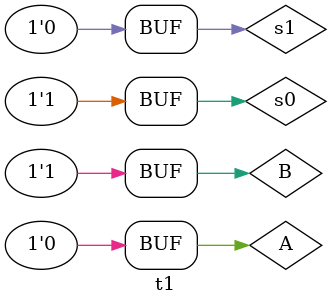
<source format=v>
`timescale 1ns / 1ps


module t1;

	// Inputs
	reg s0;
	reg s1;
	reg A;
	reg B;

	// Outputs
	wire E;

	// Instantiate the Unit Under Test (UUT)
	diag uut (
		.s0(s0), 
		.s1(s1), 
		.A(A), 
		.B(B), 
		.E(E)
	);

	initial begin
		// Initialize Inputs
		s0 = 1;
		s1 = 0;
		A = 0;
		B = 1;

		// Wait 100 ns for global reset to finish
		#100;
        
		// Add stimulus here

	end
      
endmodule


</source>
